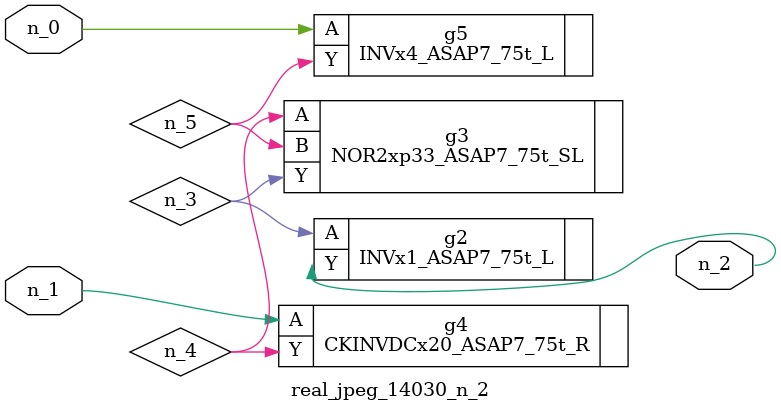
<source format=v>
module real_jpeg_14030_n_2 (n_1, n_0, n_2);

input n_1;
input n_0;

output n_2;

wire n_5;
wire n_4;
wire n_3;

INVx4_ASAP7_75t_L g5 ( 
.A(n_0),
.Y(n_5)
);

CKINVDCx20_ASAP7_75t_R g4 ( 
.A(n_1),
.Y(n_4)
);

INVx1_ASAP7_75t_L g2 ( 
.A(n_3),
.Y(n_2)
);

NOR2xp33_ASAP7_75t_SL g3 ( 
.A(n_4),
.B(n_5),
.Y(n_3)
);


endmodule
</source>
